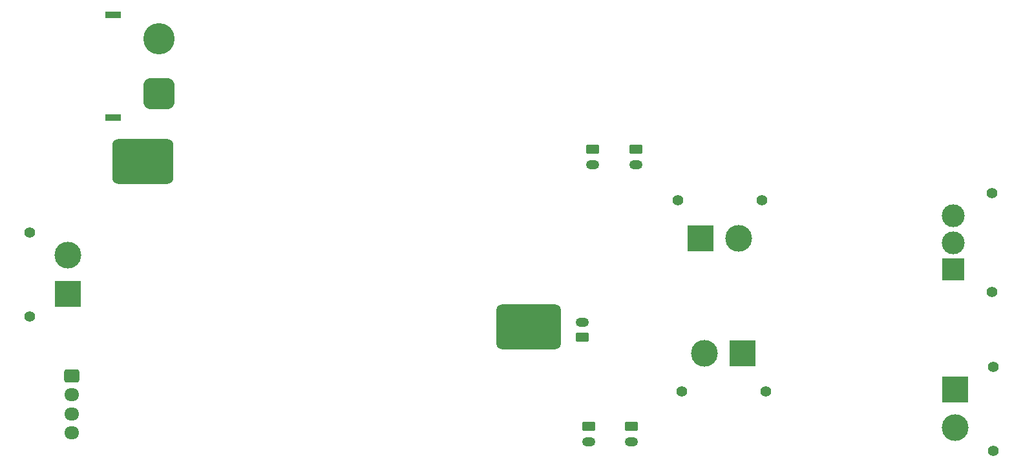
<source format=gbr>
%TF.GenerationSoftware,KiCad,Pcbnew,8.0.1*%
%TF.CreationDate,2024-08-18T09:44:38+02:00*%
%TF.ProjectId,robal_power_board,726f6261-6c5f-4706-9f77-65725f626f61,rev?*%
%TF.SameCoordinates,Original*%
%TF.FileFunction,Soldermask,Bot*%
%TF.FilePolarity,Negative*%
%FSLAX46Y46*%
G04 Gerber Fmt 4.6, Leading zero omitted, Abs format (unit mm)*
G04 Created by KiCad (PCBNEW 8.0.1) date 2024-08-18 09:44:38*
%MOMM*%
%LPD*%
G01*
G04 APERTURE LIST*
G04 Aperture macros list*
%AMRoundRect*
0 Rectangle with rounded corners*
0 $1 Rounding radius*
0 $2 $3 $4 $5 $6 $7 $8 $9 X,Y pos of 4 corners*
0 Add a 4 corners polygon primitive as box body*
4,1,4,$2,$3,$4,$5,$6,$7,$8,$9,$2,$3,0*
0 Add four circle primitives for the rounded corners*
1,1,$1+$1,$2,$3*
1,1,$1+$1,$4,$5*
1,1,$1+$1,$6,$7*
1,1,$1+$1,$8,$9*
0 Add four rect primitives between the rounded corners*
20,1,$1+$1,$2,$3,$4,$5,0*
20,1,$1+$1,$4,$5,$6,$7,0*
20,1,$1+$1,$6,$7,$8,$9,0*
20,1,$1+$1,$8,$9,$2,$3,0*%
G04 Aperture macros list end*
%ADD10C,1.400000*%
%ADD11R,3.500000X3.500000*%
%ADD12C,3.500000*%
%ADD13RoundRect,0.250000X0.625000X-0.350000X0.625000X0.350000X-0.625000X0.350000X-0.625000X-0.350000X0*%
%ADD14O,1.750000X1.200000*%
%ADD15RoundRect,0.900000X-3.100000X-2.100000X3.100000X-2.100000X3.100000X2.100000X-3.100000X2.100000X0*%
%ADD16RoundRect,0.900000X3.350000X-2.100000X3.350000X2.100000X-3.350000X2.100000X-3.350000X-2.100000X0*%
%ADD17RoundRect,0.250000X-0.625000X0.350000X-0.625000X-0.350000X0.625000X-0.350000X0.625000X0.350000X0*%
%ADD18R,2.000000X0.900000*%
%ADD19RoundRect,1.025000X1.025000X-1.025000X1.025000X1.025000X-1.025000X1.025000X-1.025000X-1.025000X0*%
%ADD20C,4.100000*%
%ADD21RoundRect,0.250000X-0.725000X0.600000X-0.725000X-0.600000X0.725000X-0.600000X0.725000X0.600000X0*%
%ADD22O,1.950000X1.700000*%
%ADD23R,3.000000X3.000000*%
%ADD24C,3.000000*%
G04 APERTURE END LIST*
D10*
%TO.C,J11*%
X154398000Y-76526000D03*
X165398000Y-76526000D03*
D11*
X157398000Y-81526000D03*
D12*
X162398000Y-81526000D03*
%TD*%
D13*
%TO.C,SWITCH*%
X141862326Y-94486718D03*
D14*
X141862326Y-92486718D03*
%TD*%
D15*
%TO.C,U1*%
X84324000Y-71461000D03*
D16*
X134824000Y-93136000D03*
%TD*%
D10*
%TO.C,SENSOR_BOARD*%
X195756000Y-98322000D03*
X195756000Y-109322000D03*
D11*
X190756000Y-101322000D03*
D12*
X190756000Y-106322000D03*
%TD*%
D17*
%TO.C,J13*%
X148886000Y-69866000D03*
D14*
X148886000Y-71866000D03*
%TD*%
D18*
%TO.C,J1*%
X80398000Y-65678000D03*
X80398000Y-52178000D03*
D19*
X86398000Y-62528000D03*
D20*
X86398000Y-55328000D03*
%TD*%
D17*
%TO.C,J6*%
X148336000Y-106172000D03*
D14*
X148336000Y-108172000D03*
%TD*%
D10*
%TO.C,J12*%
X165906000Y-101592000D03*
X154906000Y-101592000D03*
D11*
X162906000Y-96592000D03*
D12*
X157906000Y-96592000D03*
%TD*%
D21*
%TO.C,J2*%
X75000000Y-99500000D03*
D22*
X75000000Y-102000000D03*
X75000000Y-104500000D03*
X75000000Y-107000000D03*
%TD*%
D17*
%TO.C,J10*%
X142748000Y-106172000D03*
D14*
X142748000Y-108172000D03*
%TD*%
D17*
%TO.C,J8*%
X143256000Y-69850000D03*
D14*
X143256000Y-71850000D03*
%TD*%
D10*
%TO.C,CHARGER*%
X69476000Y-91750000D03*
X69476000Y-80750000D03*
D11*
X74476000Y-88750000D03*
D12*
X74476000Y-83750000D03*
%TD*%
D10*
%TO.C,J9*%
X195506000Y-75572000D03*
X195506000Y-88572000D03*
D23*
X190506000Y-85572000D03*
D24*
X190506000Y-82072000D03*
X190506000Y-78572000D03*
%TD*%
M02*

</source>
